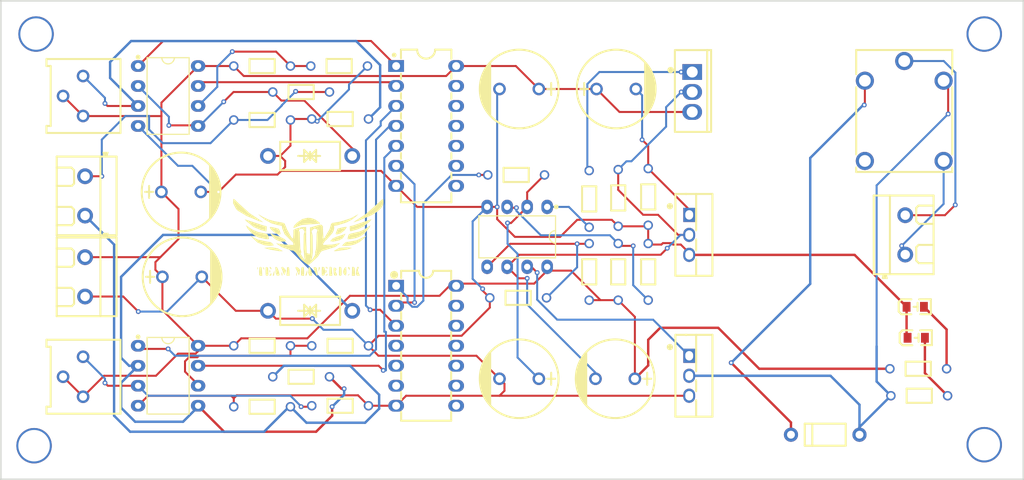
<source format=kicad_pcb>
(kicad_pcb (version 20241229) (generator "pcbnew") (generator_version "9.0")
  (layers (0 "F.Cu" signal "Top Layer") (2 "B.Cu" signal "Bottom Layer") (13 "F.Paste" user "Top Paste Mask Layer") (15 "B.Paste" user "Bottom Paste Mask Layer") (5 "F.SilkS" user "Top Silkscreen Layer") (7 "B.SilkS" user "Bottom Silkscreen Layer") (1 "F.Mask" user "Top Solder Mask Layer") (3 "B.Mask" user "Bottom Solder Mask Layer") (25 "Edge.Cuts" user "Multi-Layer"))
  (net 0 "")
  (net 1 "+5V")
  (net 2 "$1N3619")
  (net 3 "$1N3617")
  (net 4 "$1N3618")
  (net 5 "GND")
  (net 6 "$1N3620")
  (net 7 "$1N3604")
  (net 8 "$1N3621")
  (net 9 "$1N3623")
  (net 10 "$1N3635")
  (net 11 "$1N3638")
  (net 12 "$1N3622")
  (net 13 "$1N3631")
  (net 14 "$1N3637")
  (net 15 "$1N3636")
  (net 16 "SEN1")
  (net 17 "SEN2")
  (net 18 "$1N3615")
  (net 19 "$1N3616")
  (net 20 "$1N3628")
  (net 21 "$1N3629")
  (net 22 "$1N3611")
  (net 23 "$1N3655")
  (net 24 "$1N3660")
  (net 25 "$1N3662")
  (net 26 "VCC")
  (net 27 "SC_IN")
  (net 28 "SC_OUT")
  (net 29 "$1N4005")
  (net 30 "$1N4105")
  (net 31 "$1N4127")
  (footprint "ProPrj_BSPD_2025-12-20:PDIP-14_L19.3-W6.5-P2.54-LS7.6-BL" (layer "F.Cu") (at 131.6805 76.92175 -90)
    (property "Reference" "A2" (hide yes))
    (property "Value" "")
  )
  (footprint "ProPrj_BSPD_2025-12-20:RES-TH_BD1.8-L3.2-P7.20-D0.4" (layer "F.Cu") (at 110.8525 48.21975)
    (property "Reference" "R1" (hide yes))
    (property "Value" "")
  )
  (footprint "ProPrj_BSPD_2025-12-20:PDIP-14_L19.3-W6.4-P2.54-LS7.9-BL-1" (layer "F.Cu") (at 131.6805 48.98175 -90)
    (property "Reference" "A1" (hide yes))
    (property "Value" "")
  )
  (footprint "ProPrj_BSPD_2025-12-20:RES-TH_BD1.8-L3.2-P7.20-D0.4" (layer "F.Cu") (at 110.8525 41.36175)
    (property "Reference" "R4" (hide yes))
    (property "Value" "")
  )
  (footprint "ProPrj_BSPD_2025-12-20:RES-TH_BD1.8-L3.2-P7.20-D0.4" (layer "F.Cu") (at 110.8525 76.92175)
    (property "Reference" "R9" (hide yes))
    (property "Value" "")
  )
  (footprint "ProPrj_BSPD_2025-12-20:CONN-TH_XY301V-A-5.0-2P" (layer "F.Cu") (at 88.3735 57.87175 90)
    (property "Reference" "P1" (hide yes))
    (property "Value" "")
  )
  (footprint "ProPrj_BSPD_2025-12-20:RES-TH_BD1.8-L3.2-P7.20-D0.4" (layer "F.Cu") (at 194.2915 83.27175 180)
    (property "Reference" "R19" (hide yes))
    (property "Value" "")
  )
  (footprint "ProPrj_BSPD_2025-12-20:RES-TH_BD1.8-L3.2-P7.20-D0.4" (layer "F.Cu") (at 156.0645 58.12575 -90)
    (property "Reference" "R17" (hide yes))
    (property "Value" "")
  )
  (footprint "ProPrj_BSPD_2025-12-20:RELAY-TH_YA-SS-105D" (layer "F.Cu") (at 192.3865 47.07675 90)
    (property "Reference" "R21" (hide yes))
    (property "Value" "")
  )
  (footprint "ProPrj_BSPD_2025-12-20:RES-TH_BD1.8-L3.2-P7.20-D0.4" (layer "F.Cu") (at 159.8745 67.52375 90)
    (property "Reference" "R13" (hide yes))
    (property "Value" "")
  )
  (footprint "ProPrj_BSPD_2025-12-20:RES-TH_BD1.8-L3.2-P7.20-D0.4" (layer "F.Cu") (at 159.8745 57.99875 -90)
    (property "Reference" "R18" (hide yes))
    (property "Value" "")
  )
  (footprint "ProPrj_BSPD_2025-12-20:RES-TH_BD1.8-L3.2-P7.20-D0.4" (layer "F.Cu") (at 120.7585 76.92175)
    (property "Reference" "R10" (hide yes))
    (property "Value" "")
  )
  (footprint "ProPrj_BSPD_2025-12-20:RES-ADJ-TH_3P-L9.5-W9.5-P2.54-BR-BS" (layer "F.Cu") (at 86.8495 80.85875)
    (property "Reference" "VR2" (hide yes))
    (property "Value" "")
  )
  (footprint "ProPrj_BSPD_2025-12-20:TO-220-3_L10.2-W4.5-P2.54-L-1" (layer "F.Cu") (at 165.0815 80.73175 -90)
    (property "Reference" "NM2" (hide yes))
    (property "Value" "")
  )
  (footprint "ProPrj_BSPD_2025-12-20:Pad_e33545" (layer "F.Cu") (at 82.1505 37.29775)
    (property "Reference" "")
    (property "Value" "")
  )
  (footprint "ProPrj_BSPD_2025-12-20:RES-TH_BD1.8-L3.2-P7.20-D0.4" (layer "F.Cu") (at 110.8525 84.66875 180)
    (property "Reference" "R6" (hide yes))
    (property "Value" "")
  )
  (footprint "ProPrj_BSPD_2025-12-20:TO-220AB-3_L10.4-W4.6-P2.54-L" (layer "F.Cu") (at 165.4625 44.66375 -90)
    (property "Reference" "PM1" (hide yes))
    (property "Value" "")
  )
  (footprint "ProPrj_BSPD_2025-12-20:CAP-TH_BD10.0-P5.00-D0.6-FD" (layer "F.Cu") (at 155.8105 44.28275)
    (property "Reference" "TC3" (hide yes))
    (property "Value" "")
  )
  (footprint "ProPrj_BSPD_2025-12-20:LED0805-RD_GREEN" (layer "F.Cu") (at 193.7835 71.96875)
    (property "Reference" "POW1" (hide yes))
    (property "Value" "")
  )
  (footprint "ProPrj_BSPD_2025-12-20:TO-220-3_L10.2-W4.5-P2.54-L-1" (layer "F.Cu") (at 165.0815 62.82475 -90)
    (property "Reference" "NM1" (hide yes))
    (property "Value" "")
  )
  (footprint "ProPrj_BSPD_2025-12-20:CAP-TH_BD10.0-P5.00-D0.6-FD" (layer "F.Cu") (at 155.6835 81.11275 180)
    (property "Reference" "TC2" (hide yes))
    (property "Value" "")
  )
  (footprint "ProPrj_BSPD_2025-12-20:LED0805-RD_GREEN" (layer "F.Cu") (at 193.9105 75.90575)
    (property "Reference" "OK1" (hide yes))
    (property "Value" "")
  )
  (footprint "ProPrj_BSPD_2025-12-20:RES-TH_BD1.8-L3.2-P7.20-D0.4" (layer "F.Cu") (at 194.1645 79.84275)
    (property "Reference" "R0" (hide yes))
    (property "Value" "")
  )
  (footprint "ProPrj_BSPD_2025-12-20:DO-15_BD3.1-L6.7-P10.70-D0.8-BI" (layer "F.Cu") (at 116.9485 72.47675)
    (property "Reference" "TVSD2" (hide yes))
    (property "Value" "")
  )
  (footprint "ProPrj_BSPD_2025-12-20:Pad_e33541" (layer "F.Cu") (at 202.5465 37.29775)
    (property "Reference" "")
    (property "Value" "")
  )
  (footprint "ProPrj_BSPD_2025-12-20:DIP-8_L9.4-W6.4-P2.54-LS9.1-BL" (layer "F.Cu") (at 98.9145 45.17175 -90)
    (property "Reference" "O1" (hide yes))
    (property "Value" "")
  )
  (footprint "ProPrj_BSPD_2025-12-20:RES-TH_BD1.8-L3.2-P7.20-D0.4" (layer "F.Cu") (at 152.3815 58.25275 90)
    (property "Reference" "R14" (hide yes))
    (property "Value" "")
  )
  (footprint "ProPrj_BSPD_2025-12-20:RES-TH_BD1.8-L3.2-P7.20-D0.4" (layer "F.Cu") (at 115.8055 44.66375)
    (property "Reference" "R2" (hide yes))
    (property "Value" "")
  )
  (footprint "ProPrj_BSPD_2025-12-20:CONN-TH_XY301V-A-5.0-2P" (layer "F.Cu") (at 192.5135 62.82475 -90)
    (property "Reference" "P3" (hide yes))
    (property "Value" "")
  )
  (footprint "ProPrj_BSPD_2025-12-20:CAP-TH_BD10.0-P5.00-D0.6-FD" (layer "F.Cu") (at 143.4915 81.11275 180)
    (property "Reference" "TC1" (hide yes))
    (property "Value" "")
  )
  (footprint "ProPrj_BSPD_2025-12-20:RES-TH_BD1.8-L3.2-P7.20-D0.4" (layer "F.Cu") (at 152.3815 67.52375 90)
    (property "Reference" "R15" (hide yes))
    (property "Value" "")
  )
  (footprint "ProPrj_BSPD_2025-12-20:DO-15_BD3.1-L6.7-P10.70-D0.8-BI" (layer "F.Cu") (at 116.9485 52.79175)
    (property "Reference" "TVSD1" (hide yes))
    (property "Value" "")
  )
  (footprint "ProPrj_BSPD_2025-12-20:CAP-TH_BD10.0-P5.00-D0.6-FD" (layer "F.Cu") (at 100.6925 68.15875)
    (property "Reference" "FC2" (hide yes))
    (property "Value" "")
  )
  (footprint "ProPrj_BSPD_2025-12-20:CAP-TH_BD10.0-P5.00-D0.6-FD" (layer "F.Cu") (at 100.5655 57.36375)
    (property "Reference" "FC1" (hide yes))
    (property "Value" "")
  )
  (footprint "ProPrj_BSPD_2025-12-20:RES-TH_BD1.8-L3.2-P7.20-D0.4" (layer "F.Cu") (at 115.8055 80.85875 180)
    (property "Reference" "R7" (hide yes))
    (property "Value" "")
  )
  (footprint "ProPrj_BSPD_2025-12-20:RES-TH_BD1.8-L3.2-P7.20-D0.4" (layer "F.Cu") (at 120.7585 48.09275 180)
    (property "Reference" "R3" (hide yes))
    (property "Value" "")
  )
  (footprint "ProPrj_BSPD_2025-12-20:DO-41_BD2.4-L4.7-P8.70-D0.9-RD" (layer "F.Cu") (at 182.3535 88.22475)
    (property "Reference" "FD1" (hide yes))
    (property "Value" "")
  )
  (footprint "ProPrj_BSPD_2025-12-20:RES-ADJ-TH_3P-L9.5-W9.5-P2.54-BR-BS" (layer "F.Cu") (at 86.8495 45.17175)
    (property "Reference" "VR1" (hide yes))
    (property "Value" "")
  )
  (footprint "ProPrj_BSPD_2025-12-20:CAP-TH_BD10.0-P5.00-D0.6-FD" (layer "F.Cu") (at 143.4915 44.28275 180)
    (property "Reference" "FC3" (hide yes))
    (property "Value" "")
  )
  (footprint "ProPrj_BSPD_2025-12-20:RES-TH_BD1.8-L3.2-P7.20-D0.4" (layer "F.Cu") (at 120.7585 84.54175)
    (property "Reference" "R8" (hide yes))
    (property "Value" "")
  )
  (footprint "ProPrj_BSPD_2025-12-20:CONN-TH_XY301V-A-5.0-2P" (layer "F.Cu") (at 88.3735 68.15875 90)
    (property "Reference" "P2" (hide yes))
    (property "Value" "")
  )
  (footprint "ProPrj_BSPD_2025-12-20:RES-TH_BD1.8-L3.2-P7.20-D0.4" (layer "F.Cu") (at 143.3645 70.82575 180)
    (property "Reference" "R16" (hide yes))
    (property "Value" "")
  )
  (footprint "ProPrj_BSPD_2025-12-20:RES-TH_BD1.8-L3.2-P7.20-D0.4" (layer "F.Cu") (at 143.1105 55.20475 180)
    (property "Reference" "R11" (hide yes))
    (property "Value" "")
  )
  (footprint "ProPrj_BSPD_2025-12-20:RES-TH_BD1.8-L3.2-P7.20-D0.4" (layer "F.Cu") (at 156.0645 67.52375 90)
    (property "Reference" "R12" (hide yes))
    (property "Value" "")
  )
  (footprint "ProPrj_BSPD_2025-12-20:RES-TH_BD1.8-L3.2-P7.20-D0.4" (layer "F.Cu") (at 120.6315 41.36175)
    (property "Reference" "R5" (hide yes))
    (property "Value" "")
  )
  (footprint "ProPrj_BSPD_2025-12-20:Pad_e33544" (layer "F.Cu") (at 81.8965 89.62175)
    (property "Reference" "")
    (property "Value" "")
  )
  (footprint "ProPrj_BSPD_2025-12-20:Pad_e33543" (layer "F.Cu") (at 202.5465 89.49475)
    (property "Reference" "")
    (property "Value" "")
  )
  (footprint "ProPrj_BSPD_2025-12-20:DIP-8_L9.4-W6.4-P2.54-LS9.1-BL" (layer "F.Cu") (at 98.9145 80.73175 -90)
    (property "Reference" "O2" (hide yes))
    (property "Value" "")
  )
  (footprint "ProPrj_BSPD_2025-12-20:DIP-8_L9.4-W6.4-P2.54-LS9.1-BL" (layer "F.Cu") (at 143.2375 63.07875 180)
    (property "Reference" "O3" (hide yes))
    (property "Value" "")
  )
  (gr_poly (pts (xy 111.28393 67.451378) (xy 111.309594 67.952569) (xy 111.474255 68.028507) (xy 111.638285 67.957631) (xy 111.644545 67.47669) (xy 111.60009 67.007778) (xy 111.454221 66.899561) (xy 111.30709 66.960949)) (fill yes) (layer "F.SilkS"))
  (gr_poly (pts (xy 109.325589 62.915345) (xy 110.267195 63.806352) (xy 111.122975 64.143101) (xy 111.794802 64.216417) (xy 112.335725 64.165792) (xy 112.160426 63.907602) (xy 111.918763 63.739273) (xy 111.429178 63.669663) (xy 110.274067 63.412547) (xy 109.646136 63.082409)) (fill yes) (layer "F.SilkS"))
  (gr_poly (pts (xy 115.085416 66.965374) (xy 115.100441 67.041312) (xy 115.305792 67.49694) (xy 115.501125 67.952569) (xy 115.600394 67.792552) (xy 115.671415 67.274189) (xy 115.511142 67.0565) (xy 115.253853 66.889183)) (fill yes) (layer "F.SilkS"))
  (gr_poly (pts (xy 113.302374 67.760192) (xy 113.367485 68.028507) (xy 113.431354 67.97376) (xy 113.420015 67.793068) (xy 113.417571 67.780442) (xy 113.350576 67.525422)) (fill yes) (layer "F.SilkS"))
  (gr_poly (pts (xy 110.507605 66.940061) (xy 110.45752 67.507065) (xy 110.483184 67.961428) (xy 110.66287 68.028507) (xy 110.868221 68.028507) (xy 110.843178 67.45644) (xy 110.799353 66.990059) (xy 110.687913 66.884374)) (fill yes) (layer "F.SilkS"))
  (gr_poly (pts (xy 122.277688 66.899561) (xy 122.272839 67.040654) (xy 122.257653 67.47669) (xy 122.242628 68.028507) (xy 122.452987 68.028507) (xy 122.663346 68.028507) (xy 122.643311 67.47669) (xy 122.598866 67.007778) (xy 122.452987 66.899561)) (fill yes) (layer "F.SilkS"))
  (gr_poly (pts (xy 122.903756 66.980562) (xy 122.823619 67.274189) (xy 122.763517 67.750067) (xy 122.844905 67.982316) (xy 123.038987 68.028507) (xy 123.259363 67.998131) (xy 123.104098 67.613379) (xy 122.990153 67.290014) (xy 123.064029 67.122313) (xy 123.14057 66.971237) (xy 123.051568 66.89135) (xy 122.978884 66.884374)) (fill yes) (layer "F.SilkS"))
  (gr_poly (pts (xy 125.598354 58.764066) (xy 124.021964 60.173557) (xy 122.713431 61.027019) (xy 122.422935 61.23838) (xy 123.109106 61.016894) (xy 124.812012 60.298014) (xy 125.451092 59.89291) (xy 125.909865 59.473955) (xy 126.151197 59.118362) (xy 126.262096 58.759884) (xy 126.269499 58.622315) (xy 126.241401 58.338337) (xy 126.149925 58.260344)) (fill yes) (layer "F.SilkS"))
  (gr_poly (pts (xy 108.649435 60.849831) (xy 108.819816 61.061819) (xy 109.811418 61.852213) (xy 110.755899 62.230739) (xy 111.384101 62.393904) (xy 111.434186 62.059777) (xy 111.434186 61.725649) (xy 111.038511 61.634524) (xy 109.120238 60.996644)) (fill yes) (layer "F.SilkS"))
  (gr_poly (pts (xy 112.310682 67.618441) (xy 112.282544 67.700667) (xy 112.197359 67.988938) (xy 112.279258 68.02875) (xy 112.305673 68.028507) (xy 112.375793 67.952569) (xy 112.415861 67.603254) (xy 112.465947 67.294439)) (fill yes) (layer "F.SilkS"))
  (gr_poly (pts (xy 121.791859 67.876631) (xy 121.731756 68.028507) (xy 121.921309 67.892436) (xy 121.967158 67.760192)) (fill yes) (layer "F.SilkS"))
  (gr_poly (pts (xy 116.738236 66.995749) (xy 116.738236 67.380502) (xy 116.698167 67.648816) (xy 116.743244 67.750067) (xy 116.82839 67.942444) (xy 116.844667 68.006363) (xy 117.003689 68.028507) (xy 117.156089 68.009087) (xy 117.22114 67.923773) (xy 117.111903 67.393118) (xy 117.098851 67.350127) (xy 116.929352 66.970427) (xy 116.782341 66.919659)) (fill yes) (layer "F.SilkS"))
  (gr_poly (pts (xy 121.010525 62.834345) (xy 120.299312 63.057096) (xy 119.80009 63.283432) (xy 119.492936 63.629163) (xy 119.888611 63.684851) (xy 120.658976 63.513717) (xy 121.100679 63.249473) (xy 121.44126 62.667281)) (fill yes) (layer "F.SilkS"))
  (gr_poly (pts (xy 118.89191 66.929936) (xy 119.16738 67.167876) (xy 119.14954 66.978) (xy 119.007107 66.884374)) (fill yes) (layer "F.SilkS"))
  (gr_poly (pts (xy 112.52605 66.960312) (xy 112.561109 67.319752) (xy 112.556101 67.653879) (xy 112.601178 67.750067) (xy 112.686323 67.917131) (xy 112.703222 68.003194) (xy 112.866631 68.028507) (xy 113.076358 67.944347) (xy 112.966802 67.431127) (xy 112.795139 67.003698) (xy 112.620781 66.878785)) (fill yes) (layer "F.SilkS"))
  (gr_poly (pts (xy 113.993553 67.329877) (xy 113.948477 67.907006) (xy 113.958494 68.003832) (xy 114.118767 68.028507) (xy 114.334135 68.028507) (xy 114.324118 67.47669) (xy 114.285922 67.011575) (xy 114.153827 66.899561) (xy 114.019217 66.951452)) (fill yes) (layer "F.SilkS"))
  (gr_poly (pts (xy 117.384338 66.975499) (xy 117.54387 67.58273) (xy 117.800047 68.018382) (xy 117.90147 67.970925) (xy 117.890201 67.638691) (xy 117.791914 67.028028) (xy 117.58468 66.899561)) (fill yes) (layer "F.SilkS"))
  (gr_poly (pts (xy 119.417808 66.904624) (xy 119.406468 67.190171) (xy 119.397774 67.47669) (xy 119.382748 68.028507) (xy 119.598115 68.028507) (xy 119.758389 68.003832) (xy 119.768406 67.907006) (xy 119.718321 67.334939) (xy 119.693909 66.961577) (xy 119.568064 66.884374)) (fill yes) (layer "F.SilkS"))
  (gr_poly (pts (xy 108.799691 61.594023) (xy 108.970683 61.969775) (xy 109.505896 62.601468) (xy 109.922557 62.917441) (xy 110.401344 63.151442) (xy 111.313981 63.360849) (xy 111.697135 63.37794) (xy 111.704648 63.22416) (xy 111.609486 62.874845) (xy 111.517449 62.732466) (xy 111.293947 62.662219) (xy 110.377594 62.46726) (xy 109.667873 62.183647) (xy 109.120238 61.816775)) (fill yes) (layer "F.SilkS"))
  (gr_poly (pts (xy 115.841706 66.980562) (xy 115.786612 67.552628) (xy 115.794756 67.969022) (xy 115.971928 68.028507) (xy 116.182287 68.028507) (xy 116.182287 67.45644) (xy 116.157244 66.974871) (xy 116.027022 66.884374)) (fill yes) (layer "F.SilkS"))
  (gr_poly (pts (xy 122.883722 60.373952) (xy 122.723568 60.532025) (xy 122.175253 60.931955) (xy 121.509116 61.278405) (xy 120.399483 61.614274) (xy 119.983773 61.675024) (xy 120.003808 61.938276) (xy 119.956727 62.243942) (xy 119.787138 62.598836) (xy 119.057192 63.416536) (xy 118.826849 63.616294) (xy 118.591398 63.978478) (xy 118.617072 64.113901) (xy 118.72162 64.105041) (xy 119.417808 64.064541) (xy 119.707773 64.064531) (xy 120.735055 63.872165) (xy 120.783869 63.860723) (xy 120.154064 64.358168) (xy 118.506252 64.864422) (xy 118.330953 64.962513) (xy 118.185705 65.193487) (xy 117.951376 65.576204) (xy 117.093842 66.383182) (xy 116.693159 66.656559) (xy 116.357586 66.423683) (xy 115.930011 66.068678) (xy 117.097599 66.068678) (xy 117.334253 65.775678) (xy 117.545493 65.431395) (xy 117.609723 65.178299) (xy 117.575915 65.045407) (xy 117.699877 64.616357) (xy 117.759979 63.381099) (xy 117.776307 62.612454) (xy 117.865159 62.267341) (xy 117.891453 62.193306) (xy 117.729928 62.085089) (xy 117.491401 62.016117) (xy 117.279159 62.18634) (xy 117.118885 62.389479) (xy 117.183996 62.535655) (xy 117.267689 62.907944) (xy 117.292682 65.040902) (xy 117.199022 65.71999) (xy 117.097599 66.068678) (xy 115.930011 66.068678) (xy 115.779099 65.94338) (xy 115.27574 65.2998) (xy 115.096665 65.052566) (xy 114.794921 64.828984) (xy 114.611007 64.814839) (xy 113.356727 64.395276) (xy 112.776477 64.008853) (xy 112.601178 63.821539) (xy 112.791502 63.92279) (xy 113.768169 64.039228) (xy 114.69475 64.105041) (xy 114.799298 64.112635) (xy 114.824972 63.968353) (xy 114.739827 63.746867) (xy 114.429297 63.472224) (xy 113.699271 62.736202) (xy 113.397537 61.983839) (xy 113.357468 61.680087) (xy 112.866631 61.588961) (xy 112.035212 61.361147) (xy 111.263465 60.935742) (xy 110.532648 60.373952) (xy 110.342323 60.166388) (xy 110.642836 60.358765) (xy 110.866187 60.493762) (xy 111.619753 60.858791) (xy 112.45593 61.092832) (xy 113.457639 61.270021) (xy 113.706183 61.368741) (xy 113.913417 61.862338) (xy 114.021822 62.145323) (xy 114.566341 63.130422) (xy 114.779895 63.310223) (xy 114.824972 62.753344) (xy 114.824972 62.20659) (xy 115.506133 62.20659) (xy 115.536185 62.267341) (xy 115.628843 62.50528) (xy 115.646373 63.365911) (xy 115.711484 64.606232) (xy 115.827081 64.982024) (xy 115.806646 65.173236) (xy 115.73833 65.155912) (xy 115.752183 65.23589) (xy 116.032031 65.704803) (xy 116.314392 66.065508) (xy 116.217347 65.71999) (xy 116.113229 64.628578) (xy 116.129537 62.831945) (xy 116.182287 62.586281) (xy 116.257415 62.434404) (xy 116.087125 62.150902) (xy 115.905565 62.013586) (xy 115.671415 62.100277) (xy 115.506133 62.20659) (xy 114.824972 62.20659) (xy 114.824972 62.191403) (xy 115.175569 62.014214) (xy 115.986954 61.831963) (xy 116.442731 61.821838) (xy 116.44774 63.426661) (xy 116.512851 65.122611) (xy 116.748253 65.213737) (xy 116.933569 65.213737) (xy 116.938578 64.277168) (xy 116.933569 62.611593) (xy 116.923552 61.877525) (xy 117.173979 61.8269) (xy 117.850133 61.624399) (xy 117.864788 61.619113) (xy 118.22336 61.518258) (xy 118.431124 61.553523) (xy 118.565734 61.756025) (xy 118.591398 62.474905) (xy 118.646492 63.305161) (xy 118.738679 63.249979) (xy 119.39564 62.148219) (xy 119.568064 61.588961) (xy 119.581908 61.484116) (xy 119.733627 61.30881) (xy 120.078936 61.254834) (xy 120.762412 61.137545) (xy 122.102388 60.713142) (xy 122.743482 60.373952) (xy 123.074046 60.166388)) (fill yes) (layer "F.SilkS"))
  (gr_poly (pts (xy 111.809827 61.84715) (xy 111.97536 62.139927) (xy 112.511024 62.606531) (xy 112.874895 62.751856) (xy 113.136862 62.770537) (xy 113.202203 62.641968) (xy 113.081998 62.267341) (xy 112.953649 62.047758) (xy 112.581144 61.938276) (xy 111.980118 61.816775)) (fill yes) (layer "F.SilkS"))
  (gr_poly (pts (xy 110.953366 66.950187) (xy 111.018477 67.162813) (xy 111.113008 67.26217) (xy 111.128665 67.1375) (xy 111.008821 66.90756)) (fill yes) (layer "F.SilkS"))
  (gr_poly (pts (xy 121.816901 67.112188) (xy 121.957141 67.334939) (xy 121.982183 67.142563) (xy 121.95088 66.968543) (xy 121.836936 66.919811) (xy 121.734891 66.947655)) (fill yes) (layer "F.SilkS"))
  (gr_poly (pts (xy 113.28234 66.955249) (xy 113.3174 67.07675) (xy 113.397537 67.253939) (xy 113.542784 67.684254) (xy 113.670502 67.926628) (xy 113.753143 67.800693) (xy 113.89213 67.384299) (xy 113.858323 67.294439) (xy 113.703058 67.11725) (xy 113.466184 66.881366)) (fill yes) (layer "F.SilkS"))
  (gr_poly (pts (xy 115.981945 60.799205) (xy 115.314346 61.238137) (xy 114.968116 61.586784) (xy 114.824972 61.857275) (xy 114.886948 61.962323) (xy 115.27574 61.7864) (xy 115.841706 61.581367) (xy 116.948595 61.482648) (xy 117.92462 61.423163) (xy 118.195723 61.40671) (xy 118.140629 61.259896) (xy 117.599706 60.880206) (xy 117.130906 60.699534) (xy 116.674367 60.648625)) (fill yes) (layer "F.SilkS"))
  (gr_poly (pts (xy 111.759742 67.385565) (xy 111.79981 67.593129) (xy 111.866795 67.61591) (xy 111.884956 67.471628) (xy 111.848644 67.274827)) (fill yes) (layer "F.SilkS"))
  (gr_poly (pts (xy 111.930033 62.717906) (xy 112.189886 63.084444) (xy 112.511184 63.369819) (xy 112.884311 63.568949) (xy 113.296013 63.674219) (xy 113.52275 63.689913) (xy 113.918425 63.629163) (xy 113.75146 63.388956) (xy 113.092015 63.046971) (xy 112.35075 62.814095) (xy 111.939419 62.635012)) (fill yes) (layer "F.SilkS"))
  (gr_poly (pts (xy 111.108631 64.479669) (xy 111.81113 64.692974) (xy 113.092015 64.904922) (xy 113.507725 64.899859) (xy 113.28234 64.783421) (xy 112.866631 64.540419) (xy 112.222441 64.421338) (xy 111.83487 64.413856)) (fill yes) (layer "F.SilkS"))
  (gr_poly (pts (xy 118.436133 66.899561) (xy 118.431615 67.031865) (xy 118.416099 67.481753) (xy 118.42862 67.962066) (xy 118.591398 68.013319) (xy 118.750419 67.941178) (xy 118.826799 67.724755) (xy 118.881893 67.552628) (xy 118.93249 67.652229) (xy 119.005324 67.602808) (xy 119.042167 67.446315) (xy 119.021512 67.303936) (xy 118.936987 67.340002) (xy 118.843077 67.365314) (xy 118.801757 67.178001) (xy 118.749798 66.97234) (xy 118.611432 66.899561)) (fill yes) (layer "F.SilkS"))
  (gr_poly (pts (xy 120.619859 66.899561) (xy 120.618326 66.950095) (xy 120.604833 67.47669) (xy 120.612977 67.955738) (xy 120.775124 68.028507) (xy 120.937902 67.955738) (xy 120.950423 67.47669) (xy 120.914111 67.011575) (xy 120.780132 66.899561)) (fill yes) (layer "F.SilkS"))
  (gr_poly (pts (xy 124.326183 61.7864) (xy 123.827071 62.136221) (xy 123.240991 62.395089) (xy 122.122423 62.657156) (xy 121.898921 62.731828) (xy 121.806884 62.874845) (xy 121.777143 62.985745) (xy 121.711722 63.22416) (xy 121.719235 63.377302) (xy 122.102388 63.355786) (xy 122.785464 63.223391) (xy 123.360305 62.99428) (xy 123.905465 62.606531) (xy 124.524571 61.836853) (xy 124.601653 61.594023)) (fill yes) (layer "F.SilkS"))
  (gr_poly (pts (xy 120.64991 64.464481) (xy 120.284286 64.672045) (xy 119.948714 64.874547) (xy 120.124724 64.905924) (xy 121.646611 64.692295) (xy 122.27894 64.465747) (xy 121.551448 64.413856)) (fill yes) (layer "F.SilkS"))
  (gr_poly (pts (xy 118.055483 66.899561) (xy 118.020423 67.228626) (xy 117.990372 67.532378) (xy 118.10056 67.284314) (xy 118.215757 66.980562)) (fill yes) (layer "F.SilkS"))
  (gr_poly (pts (xy 119.007107 67.876631) (xy 118.911945 68.003832) (xy 118.99709 68.028507) (xy 119.16738 67.912068) (xy 119.177167 67.764151) (xy 119.045042 67.836799)) (fill yes) (layer "F.SilkS"))
  (gr_poly (pts (xy 123.7502 63.092534) (xy 122.837753 63.51721) (xy 121.982183 63.674726) (xy 121.467555 63.745601) (xy 121.20085 63.968353) (xy 120.985483 64.22148) (xy 121.54644 64.22148) (xy 122.122302 64.171502) (xy 122.665479 64.024182) (xy 123.229311 63.740539) (xy 123.912567 63.145103) (xy 124.085773 62.900158)) (fill yes) (layer "F.SilkS"))
  (gr_poly (pts (xy 120.940406 61.897776) (xy 120.439551 62.024339) (xy 120.174098 62.707781) (xy 120.344689 62.771235) (xy 120.815192 62.631843) (xy 121.342893 62.226557) (xy 121.601534 61.857275) (xy 121.503867 61.799694)) (fill yes) (layer "F.SilkS"))
  (gr_poly (pts (xy 111.789793 66.945124) (xy 111.899981 67.132438) (xy 112.01643 67.222298) (xy 112.035212 67.07675) (xy 111.900061 66.877701)) (fill yes) (layer "F.SilkS"))
  (gr_poly (pts (xy 124.466422 60.920706) (xy 122.488046 61.604149) (xy 121.982183 61.720587) (xy 121.982183 62.059777) (xy 122.00973 62.344544) (xy 122.187534 62.348341) (xy 123.05248 62.093939) (xy 123.752734 61.757857) (xy 124.486456 61.16877) (xy 124.776952 60.826421)) (fill yes) (layer "F.SilkS"))
  (gr_poly (pts (xy 119.918662 67.248876) (xy 119.936112 67.685409) (xy 119.938697 67.745005) (xy 119.99363 67.931448) (xy 120.122901 68.019819) (xy 120.284286 68.003194) (xy 120.355658 67.921566) (xy 120.314338 67.729817) (xy 120.154064 67.49694) (xy 120.209158 67.345064) (xy 120.298691 67.20142) (xy 120.249226 67.07675) (xy 120.02885 66.965374) (xy 119.936192 67.025497)) (fill yes) (layer "F.SilkS"))
  (gr_poly (pts (xy 116.492817 67.517191) (xy 116.367603 67.896881) (xy 116.355082 67.996866) (xy 116.432714 68.028507) (xy 116.537894 67.896881) (xy 116.587979 67.517191) (xy 116.603005 67.269126)) (fill yes) (layer "F.SilkS"))
  (gr_poly (pts (xy 110.232135 67.081812) (xy 110.245909 67.243814) (xy 110.312272 67.162813) (xy 110.312272 66.940061) (xy 110.249665 66.925512)) (fill yes) (layer "F.SilkS"))
  (gr_poly (pts (xy 115.185586 67.760192) (xy 115.162427 67.997504) (xy 115.255706 68.018382) (xy 115.27574 67.760192) (xy 115.230663 67.532378)) (fill yes) (layer "F.SilkS"))
  (gr_poly (pts (xy 107.186939 58.25275) (xy 107.1695 58.806541) (xy 107.533861 59.517371) (xy 107.777948 59.761385) (xy 108.874599 60.421246) (xy 110.442494 61.072582) (xy 110.998443 61.23269) (xy 110.773058 61.062457) (xy 109.263984 60.071709) (xy 107.833042 58.779253) (xy 107.354095 58.305279)) (fill yes) (layer "F.SilkS"))
  (gr_poly (pts (xy 111.864921 67.841193) (xy 111.769759 68.003194) (xy 111.884956 68.028507) (xy 112.001404 67.985475) (xy 112.035212 67.83613) (xy 112.013926 67.665908)) (fill yes) (layer "F.SilkS"))
  (gr_poly (pts (xy 121.301021 67.041312) (xy 121.152067 67.425873) (xy 121.175467 67.698288) (xy 121.291004 67.901943) (xy 121.50529 67.994112) (xy 121.565593 67.584826) (xy 121.566474 67.45644) (xy 121.51138 66.884374)) (fill yes) (layer "F.SilkS"))
  (gr_rect (start 77.67 33.07) (end 207.51 93.9) (stroke (width 0.2)) (fill no) (layer "Edge.Cuts"))
  (segment (start 100.236 59.53425) (end 100.236 63.35625) (width 0.254) (layer "F.Cu") (net 1))
  (segment (start 159.8745 76.15975) (end 159.8745 79.42175) (width 0.305) (layer "F.Cu") (net 1))
  (segment (start 90.7865 80.73175) (end 88.1195 83.39875) (width 0.254) (layer "F.Cu") (net 1))
  (segment (start 158.1835 81.11275) (end 158.1835 73.24275) (width 0.254) (layer "F.Cu") (net 1))
  (segment (start 97.3035 66.28875) (end 97.9335 65.65875) (width 0.254) (layer "F.Cu") (net 1))
  (segment (start 85.5795 80.85875) (end 88.1195 83.39875) (width 0.254) (layer "F.Cu") (net 1))
  (segment (start 190.5645 79.84275) (end 173.9715 79.84275) (width 0.305) (layer "F.Cu") (net 1))
  (segment (start 122.0035 70.57175) (end 116.597 75.97825) (width 0.254) (layer "F.Cu") (net 1))
  (segment (start 102.413 77.91375) (end 100.1925 77.91375) (width 0.254) (layer "F.Cu") (net 1))
  (segment (start 100.1925 77.91375) (end 97.375 80.73175) (width 0.254) (layer "F.Cu") (net 1))
  (segment (start 159.8745 79.42175) (end 158.1835 81.11275) (width 0.305) (layer "F.Cu") (net 1))
  (segment (start 134.645 69.30175) (end 134.93 69.01675) (width 0.254) (layer "F.Cu") (net 1))
  (segment (start 161.3985 74.63575) (end 159.8745 76.15975) (width 0.305) (layer "F.Cu") (net 1))
  (segment (start 108.196 75.97825) (end 107.2525 76.92175) (width 0.254) (layer "F.Cu") (net 1))
  (segment (start 158.1835 73.24275) (end 156.0645 71.12375) (width 0.254) (layer "F.Cu") (net 1))
  (segment (start 98.0655 47.72325) (end 98.0655 57.36375) (width 0.254) (layer "F.Cu") (net 1))
  (segment (start 85.5795 45.17175) (end 88.1195 47.71175) (width 0.254) (layer "F.Cu") (net 1))
  (segment (start 135.4905 69.30175) (end 134.645 69.30175) (width 0.254) (layer "F.Cu") (net 1))
  (segment (start 88.131 47.72325) (end 98.0655 47.72325) (width 0.254) (layer "F.Cu") (net 1))
  (segment (start 102.7245 77.60225) (end 102.413 77.91375) (width 0.254) (layer "F.Cu") (net 1))
  (segment (start 102.7245 76.92175) (end 107.2525 76.92175) (width 0.254) (layer "F.Cu") (net 1))
  (segment (start 145.3965 69.01675) (end 147.0475 67.36575) (width 0.254) (layer "F.Cu") (net 1))
  (segment (start 156.0645 71.12375) (end 153.825 71.12375) (width 0.254) (layer "F.Cu") (net 1))
  (segment (start 156.2315 47.20375) (end 165.4625 47.20375) (width 0.254) (layer "F.Cu") (net 1))
  (segment (start 102.7245 76.92175) (end 102.7245 77.60225) (width 0.254) (layer "F.Cu") (net 1))
  (segment (start 97.9335 65.65875) (end 88.3735 65.65875) (width 0.254) (layer "F.Cu") (net 1))
  (segment (start 97.375 80.73175) (end 90.7865 80.73175) (width 0.254) (layer "F.Cu") (net 1))
  (segment (start 153.825 71.12375) (end 150.067 67.36575) (width 0.254) (layer "F.Cu") (net 1))
  (segment (start 133.375 70.57175) (end 122.0035 70.57175) (width 0.254) (layer "F.Cu") (net 1))
  (segment (start 153.3105 44.28275) (end 156.2315 47.20375) (width 0.254) (layer "F.Cu") (net 1))
  (segment (start 145.9915 44.28275) (end 153.3105 44.28275) (width 0.254) (layer "F.Cu") (net 1))
  (segment (start 116.597 75.97825) (end 108.196 75.97825) (width 0.254) (layer "F.Cu") (net 1))
  (segment (start 153.825 71.12375) (end 152.3815 71.12375) (width 0.254) (layer "F.Cu") (net 1))
  (segment (start 147.0475 67.36575) (end 147.0475 66.88875) (width 0.254) (layer "F.Cu") (net 1))
  (segment (start 102.7245 76.92175) (end 98.1925 72.38975) (width 0.254) (layer "F.Cu") (net 1))
  (segment (start 98.1925 68.15875) (end 97.3035 67.26975) (width 0.254) (layer "F.Cu") (net 1))
  (segment (start 98.0655 46.02075) (end 102.7245 41.36175) (width 0.254) (layer "F.Cu") (net 1))
  (segment (start 168.7645 74.63575) (end 161.3985 74.63575) (width 0.305) (layer "F.Cu") (net 1))
  (segment (start 150.067 67.36575) (end 147.0475 67.36575) (width 0.254) (layer "F.Cu") (net 1))
  (segment (start 143.0705 41.36175) (end 145.9915 44.28275) (width 0.254) (layer "F.Cu") (net 1))
  (segment (start 98.0655 57.36375) (end 100.236 59.53425) (width 0.254) (layer "F.Cu") (net 1))
  (segment (start 134.93 69.01675) (end 145.3965 69.01675) (width 0.254) (layer "F.Cu") (net 1))
  (segment (start 107.2525 41.36175) (end 108.5225 42.63175) (width 0.254) (layer "F.Cu") (net 1))
  (segment (start 173.9715 79.84275) (end 168.7645 74.63575) (width 0.305) (layer "F.Cu") (net 1))
  (segment (start 108.5225 42.63175) (end 134.2205 42.63175) (width 0.254) (layer "F.Cu") (net 1))
  (segment (start 98.0655 47.72325) (end 98.0655 46.02075) (width 0.254) (layer "F.Cu") (net 1))
  (segment (start 100.236 63.35625) (end 97.9335 65.65875) (width 0.254) (layer "F.Cu") (net 1))
  (segment (start 98.1925 72.38975) (end 98.1925 68.15875) (width 0.254) (layer "F.Cu") (net 1))
  (segment (start 88.1195 47.71175) (end 88.131 47.72325) (width 0.254) (layer "F.Cu") (net 1))
  (segment (start 135.4905 41.36175) (end 143.0705 41.36175) (width 0.254) (layer "F.Cu") (net 1))
  (segment (start 134.2205 42.63175) (end 135.4905 41.36175) (width 0.254) (layer "F.Cu") (net 1))
  (segment (start 134.645 69.30175) (end 133.375 70.57175) (width 0.254) (layer "F.Cu") (net 1))
  (segment (start 97.3035 67.26975) (end 97.3035 66.28875) (width 0.254) (layer "F.Cu") (net 1))
  (segment (start 102.7245 41.36175) (end 107.2525 41.36175) (width 0.254) (layer "F.Cu") (net 1))
  (segment (start 91.2245 46.44175) (end 95.1045 46.44175) (width 0.254) (layer "F.Cu") (net 2))
  (segment (start 90.8995 46.11675) (end 91.2245 46.44175) (width 0.254) (layer "F.Cu") (net 2))
  (via (at 90.8995 46.11675) (size 0.61) (drill 0.305) (layers "F.Cu" "B.Cu") (net 2))
  (segment (start 91.5485 40.85375) (end 94.2155 38.18675) (width 0.305) (layer "B.Cu") (net 2))
  (segment (start 125.8385 46.61275) (end 124.3585 48.09275) (width 0.305) (layer "B.Cu") (net 2))
  (segment (start 94.2155 38.18675) (end 122.7905 38.18675) (width 0.305) (layer "B.Cu") (net 2))
  (segment (start 122.7905 38.18675) (end 125.8385 41.23475) (width 0.305) (layer "B.Cu") (net 2))
  (segment (start 88.1195 42.63175) (end 90.8995 45.41175) (width 0.254) (layer "B.Cu") (net 2))
  (segment (start 90.8995 45.41175) (end 90.8995 46.11675) (width 0.254) (layer "B.Cu") (net 2))
  (segment (start 125.8385 41.23475) (end 125.8385 46.61275) (width 0.305) (layer "B.Cu") (net 2))
  (segment (start 95.1045 46.44175) (end 91.5485 42.88575) (width 0.305) (layer "B.Cu") (net 2))
  (segment (start 91.5485 42.88575) (end 91.5485 40.85375) (width 0.305) (layer "B.Cu") (net 2))
  (segment (start 98.2895 38.17675) (end 124.686 38.17675) (width 0.254) (layer "F.Cu") (net 3))
  (segment (start 124.686 38.17675) (end 127.871 41.36175) (width 0.254) (layer "F.Cu") (net 3))
  (segment (start 95.1045 41.36175) (end 98.2895 38.17675) (width 0.254) (layer "F.Cu") (net 3))
  (segment (start 113.2965 45.75425) (end 116.2145 45.75425) (width 0.254) (layer "F.Cu") (net 4))
  (segment (start 112.2055 44.66375) (end 113.2965 45.75425) (width 0.254) (layer "F.Cu") (net 4))
  (segment (start 107.223 44.66375) (end 112.2055 44.66375) (width 0.254) (layer "F.Cu") (net 4))
  (segment (start 102.7245 48.98175) (end 102.6485 48.90575) (width 0.254) (layer "F.Cu") (net 4))
  (segment (start 116.2145 45.75425) (end 122.2985 51.83825) (width 0.254) (layer "F.Cu") (net 4))
  (segment (start 105.9805 45.90625) (end 107.223 44.66375) (width 0.254) (layer "F.Cu") (net 4))
  (segment (start 122.2985 51.83825) (end 122.2985 52.79175) (width 0.254) (layer "F.Cu") (net 4))
  (segment (start 102.6485 48.90575) (end 99.013 48.90575) (width 0.254) (layer "F.Cu") (net 4))
  (via (at 105.9805 45.90625) (size 0.61) (drill 0.305) (layers "F.Cu" "B.Cu") (net 4))
  (via (at 99.013 48.90575) (size 0.61) (drill 0.305) (layers "F.Cu" "B.Cu") (net 4))
  (segment (start 99.013 47.81025) (end 99.013 48.90575) (width 0.254) (layer "B.Cu") (net 4))
  (segment (start 102.7245 48.98175) (end 102.905 48.98175) (width 0.254) (layer "B.Cu") (net 4))
  (segment (start 95.1045 43.90175) (end 99.013 47.81025) (width 0.254) (layer "B.Cu") (net 4))
  (segment (start 102.905 48.98175) (end 105.9805 45.90625) (width 0.254) (layer "B.Cu") (net 4))
  (segment (start 95.1045 84.54175) (end 96.3745 83.27175) (width 0.254) (layer "F.Cu") (net 5))
  (segment (start 160.0065 64.05575) (end 159.8745 63.92375) (width 0.254) (layer "F.Cu") (net 5))
  (segment (start 138.0705 78.19175) (end 140.9915 81.11275) (width 0.254) (layer "F.Cu") (net 5))
  (segment (start 127.8705 84.54175) (end 124.3585 84.54175) (width 0.254) (layer "F.Cu") (net 5))
  (segment (start 107.2525 83.59825) (end 107.6335 83.21725) (width 0.254) (layer "F.Cu") (net 5))
  (segment (start 114.4525 48.21975) (end 114.4525 51.48225) (width 0.254) (layer "F.Cu") (net 5))
  (segment (start 114.4525 48.21975) (end 114.5795 48.09275) (width 0.254) (layer "F.Cu") (net 5))
  (segment (start 140.6975 60.82675) (end 140.6975 59.26875) (width 0.254) (layer "F.Cu") (net 5))
  (segment (start 148.6945 63.07875) (end 142.9495 63.07875) (width 0.254) (layer "F.Cu") (net 5))
  (segment (start 141.6265 81.74775) (end 140.9915 81.11275) (width 0.254) (layer "F.Cu") (net 5))
  (segment (start 155.242 60.90325) (end 150.8705 60.90325) (width 0.254) (layer "F.Cu") (net 5))
  (segment (start 129.1405 83.27175) (end 140.9915 83.27175) (width 0.254) (layer "F.Cu") (net 5))
  (segment (start 141.6265 82.63675) (end 141.6265 81.74775) (width 0.254) (layer "F.Cu") (net 5))
  (segment (start 186.0795 65.36475) (end 165.0815 65.36475) (width 0.305) (layer "F.Cu") (net 5))
  (segment (start 114.5795 48.09275) (end 117.1585 48.09275) (width 0.254) (layer "F.Cu") (net 5))
  (segment (start 165.0815 65.12675) (end 164.0105 64.05575) (width 0.254) (layer "F.Cu") (net 5))
  (segment (start 113.27 54.69675) (end 125.9655 54.69675) (width 0.254) (layer "F.Cu") (net 5))
  (segment (start 113.143 52.79175) (end 111.5985 52.79175) (width 0.254) (layer "F.Cu") (net 5))
  (segment (start 125.6285 78.19175) (end 138.0705 78.19175) (width 0.254) (layer "F.Cu") (net 5))
  (segment (start 159.8745 61.73775) (end 159.8745 63.92375) (width 0.254) (layer "F.Cu") (net 5))
  (segment (start 113.778 54.18875) (end 113.778 53.42675) (width 0.254) (layer "F.Cu") (net 5))
  (segment (start 156.0645 61.72575) (end 156.0765 61.73775) (width 0.254) (layer "F.Cu") (net 5))
  (segment (start 192.6835 75.77875) (end 192.8105 75.90575) (width 0.305) (layer "F.Cu") (net 5))
  (segment (start 93.2165 70.65875) (end 88.3735 70.65875) (width 0.254) (layer "F.Cu") (net 5))
  (segment (start 138.8545 69.91575) (end 139.7645 70.82575) (width 0.254) (layer "F.Cu") (net 5))
  (segment (start 125.9655 54.69675) (end 127.8705 56.60175) (width 0.254) (layer "F.Cu") (net 5))
  (segment (start 111.5985 72.47675) (end 112.5925 73.47075) (width 0.254) (layer "F.Cu") (net 5))
  (segment (start 107.2525 83.59825) (end 107.2525 84.66875) (width 0.254) (layer "F.Cu") (net 5))
  (segment (start 113.778 53.42675) (end 113.143 52.79175) (width 0.254) (layer "F.Cu") (net 5))
  (segment (start 192.6835 71.96875) (end 186.0795 65.36475) (width 0.305) (layer "F.Cu") (net 5))
  (segment (start 107.5105 72.47675) (end 111.5985 72.47675) (width 0.254) (layer "F.Cu") (net 5))
  (segment (start 139.7645 70.82575) (end 139.7645 72.06375) (width 0.254) (layer "F.Cu") (net 5))
  (segment (start 105.308 57.36375) (end 103.0655 57.36375) (width 0.254) (layer "F.Cu") (net 5))
  (segment (start 127.8705 56.60175) (end 130.5375 59.26875) (width 0.254) (layer "F.Cu") (net 5))
  (segment (start 140.9915 83.27175) (end 141.6265 82.63675) (width 0.254) (layer "F.Cu") (net 5))
  (segment (start 117.8455 48.38225) (end 117.448 48.38225) (width 0.254) (layer "F.Cu") (net 5))
  (segment (start 142.9495 63.07875) (end 140.6975 60.82675) (width 0.254) (layer "F.Cu") (net 5))
  (segment (start 107.5105 55.16125) (end 112.8055 55.16125) (width 0.254) (layer "F.Cu") (net 5))
  (segment (start 107.6335 83.21725) (end 123.034 83.21725) (width 0.254) (layer "F.Cu") (net 5))
  (segment (start 124.3585 76.92175) (end 125.6285 78.19175) (width 0.254) (layer "F.Cu") (net 5))
  (segment (start 163.0325 64.05575) (end 162.847 63.87025) (width 0.254) (layer "F.Cu") (net 5))
  (segment (start 192.6835 71.96875) (end 192.6835 75.77875) (width 0.305) (layer "F.Cu") (net 5))
  (segment (start 130.5375 59.26875) (end 139.4275 59.26875) (width 0.254) (layer "F.Cu") (net 5))
  (segment (start 140.9915 83.27175) (end 165.0815 83.27175) (width 0.254) (layer "F.Cu") (net 5))
  (segment (start 103.1925 68.15875) (end 107.5105 72.47675) (width 0.254) (layer "F.Cu") (net 5))
  (segment (start 106.926 83.27175) (end 107.2525 83.59825) (width 0.254) (layer "F.Cu") (net 5))
  (segment (start 127.8705 84.54175) (end 129.1405 83.27175) (width 0.254) (layer "F.Cu") (net 5))
  (segment (start 156.0645 61.72575) (end 155.242 60.90325) (width 0.254) (layer "F.Cu") (net 5))
  (segment (start 96.3745 83.27175) (end 106.926 83.27175) (width 0.254) (layer "F.Cu") (net 5))
  (segment (start 164.0105 64.05575) (end 163.0325 64.05575) (width 0.254) (layer "F.Cu") (net 5))
  (segment (start 112.5925 73.47075) (end 117.227 73.47075) (width 0.254) (layer "F.Cu") (net 5))
  (segment (start 161.74 63.87025) (end 161.5545 64.05575) (width 0.254) (layer "F.Cu") (net 5))
  (segment (start 150.8705 60.90325) (end 148.6945 63.07875) (width 0.254) (layer "F.Cu") (net 5))
  (segment (start 162.847 63.87025) (end 161.74 63.87025) (width 0.254) (layer "F.Cu") (net 5))
  (segment (start 156.0765 61.73775) (end 159.8745 61.73775) (width 0.254) (layer "F.Cu") (net 5))
  (segment (start 105.308 57.36375) (end 107.5105 55.16125) (width 0.254) (layer "F.Cu") (net 5))
  (segment (start 165.0815 65.36475) (end 165.0815 65.12675) (width 0.254) (layer "F.Cu") (net 5))
  (segment (start 136.1765 75.65175) (end 125.6285 75.65175) (width 0.254) (layer "F.Cu") (net 5))
  (segment (start 161.5545 64.05575) (end 160.0065 64.05575) (width 0.254) (layer "F.Cu") (net 5))
  (segment (start 125.6285 75.65175) (end 124.3585 76.92175) (width 0.254) (layer "F.Cu") (net 5))
  (segment (start 123.034 83.21725) (end 124.3585 84.54175) (width 0.254) (layer "F.Cu") (net 5))
  (segment (start 159.8745 61.73775) (end 159.8745 61.59875) (width 0.254) (layer "F.Cu") (net 5))
  (segment (start 140.6975 59.26875) (end 139.4275 59.26875) (width 0.254) (layer "F.Cu") (net 5))
  (segment (start 113.27 54.69675) (end 113.778 54.18875) (width 0.254) (layer "F.Cu") (net 5))
  (segment (start 114.4525 51.48225) (end 113.143 52.79175) (width 0.254) (layer "F.Cu") (net 5))
  (segment (start 112.8055 55.16125) (end 113.27 54.69675) (width 0.254) (layer "F.Cu") (net 5))
  (segment (start 139.7645 72.06375) (end 136.1765 75.65175) (width 0.254) (layer "F.Cu") (net 5))
  (segment (start 117.448 48.38225) (end 117.1585 48.09275) (width 0.254) (layer "F.Cu") (net 5))
  (segment (start 95.13 72.57225) (end 93.2165 70.65875) (width 0.254) (layer "F.Cu") (net 5))
  (segment (start 138.8545 69.68775) (end 138.8545 69.91575) (width 0.254) (layer "F.Cu") (net 5))
  (via (at 105.308 57.36375) (size 0.61) (drill 0.305) (layers "F.Cu" "B.Cu") (net 5))
  (via (at 140.6975 59.26875) (size 0.61) (drill 0.305) (layers "F.Cu" "B.Cu") (net 5))
  (via (at 117.227 73.47075) (size 0.61) (drill 0.305) (layers "F.Cu" "B.Cu") (net 5))
  (via (at 95.13 72.57225) (size 0.61) (drill 0.305) (layers "F.Cu" "B.Cu") (net 5))
  (via (at 138.8545 69.68775) (size 0.61) (drill 0.305) (layers "F.Cu" "B.Cu") (net 5))
  (via (at 117.8455 48.38225) (size 0.61) (drill 0.305) (layers "F.Cu" "B.Cu") (net 5))
  (segment (start 124.2315 41.36175) (end 121.882 43.71125) (width 0.254) (layer "B.Cu") (net 5))
  (segment (start 103.1925 68.15875) (end 98.779 72.57225) (width 0.254) (layer "B.Cu") (net 5))
  (segment (start 137.5845 61.11175) (end 137.5845 68.41775) (width 0.254) (layer "B.Cu") (net 5))
  (segment (start 101.986 54.04175) (end 105.308 57.36375) (width 0.254) (layer "B.Cu") (net 5))
  (segment (start 140.6975 44.57675) (end 140.6975 59.26875) (width 0.254) (layer "B.Cu") (net 5))
  (segment (start 121.882 43.71125) (end 121.882 44.34575) (width 0.254) (layer "B.Cu") (net 5))
  (segment (start 122.3265 74.88975) (end 118.646 74.88975) (width 0.254) (layer "B.Cu") (net 5))
  (segment (start 118.646 74.88975) (end 117.227 73.47075) (width 0.254) (layer "B.Cu") (net 5))
  (segment (start 137.5845 68.41775) (end 138.8545 69.68775) (width 0.254) (layer "B.Cu") (net 5))
  (segment (start 124.3585 76.92175) (end 122.3265 74.88975) (width 0.254) (layer "B.Cu") (net 5))
  (segment (start 121.882 44.34575) (end 117.8455 48.38225) (width 0.254) (layer "B.Cu") (net 5))
  (segment (start 140.9915 44.28275) (end 140.6975 44.57675) (width 0.254) (layer "B.Cu") (net 5))
  (segment (start 100.1645 54.04175) (end 101.986 54.04175) (width 0.254) (layer "B.Cu") (net 5))
  (segment (start 139.4275 59.26875) (end 137.5845 61.11175) (width 0.254) (layer "B.Cu") (net 5))
  (segment (start 95.1045 48.98175) (end 100.1645 54.04175) (width 0.254) (layer "B.Cu") (net 5))
  (segment (start 98.779 72.57225) (end 95.13 72.57225) (width 0.254) (layer "B.Cu") (net 5))
  (segment (start 103.212 43.41425) (end 127.383 43.41425) (width 0.254) (layer "F.Cu") (net 6))
  (segment (start 102.7245 43.90175) (end 103.212 43.41425) (width 0.254) (layer "F.Cu") (net 6))
  (segment (start 127.383 43.41425) (end 127.8705 43.90175) (width 0.254) (layer "F.Cu") (net 6))
  (segment (start 107.065 39.53575) (end 112.6265 39.53575) (width 0.254) (layer "F.Cu") (net 7))
  (segment (start 112.6265 39.53575) (end 114.4525 41.36175) (width 0.254) (layer "F.Cu") (net 7))
  (segment (start 114.4525 41.36175) (end 117.0315 41.36175) (width 0.254) (layer "F.Cu") (net 7))
  (via (at 107.065 39.53575) (size 0.61) (drill 0.305) (layers "F.Cu" "B.Cu") (net 7))
  (segment (start 105.157 41.44375) (end 107.065 39.53575) (width 0.254) (layer "B.Cu") (net 7))
  (segment (start 105.157 44.00925) (end 105.157 41.44375) (width 0.254) (layer "B.Cu") (net 7))
  (segment (start 102.7245 46.44175) (end 105.157 44.00925) (width 0.254) (layer "B.Cu") (net 7))
  (segment (start 115.8055 84.66875) (end 117.0315 84.66875) (width 0.254) (layer "F.Cu") (net 8))
  (segment (start 117.0315 84.66875) (end 117.1585 84.54175) (width 0.254) (layer "F.Cu") (net 8))
  (segment (start 91.2595 82.00175) (end 90.8995 81.64175) (width 0.254) (layer "F.Cu") (net 8))
  (segment (start 95.1045 82.00175) (end 91.2595 82.00175) (width 0.254) (layer "F.Cu") (net 8))
  (via (at 115.8055 84.66875) (size 0.61) (drill 0.305) (layers "F.Cu" "B.Cu") (net 8))
  (via (at 90.8995 81.64175) (size 0.61) (drill 0.305) (layers "F.Cu" "B.Cu") (net 8))
  (segment (start 96.3745 83.27175) (end 95.1045 82.00175) (width 0.254) (layer "B.Cu") (net 8))
  (segment (start 115.8055 84.62725) (end 114.45 83.27175) (width 0.254) (layer "B.Cu") (net 8))
  (segment (start 90.8995 81.09875) (end 90.8995 81.64175) (width 0.254) (layer "B.Cu") (net 8))
  (segment (start 114.45 83.27175) (end 96.3745 83.27175) (width 0.254) (layer "B.Cu") (net 8))
  (segment (start 115.8055 84.66875) (end 115.8055 84.62725) (width 0.254) (layer "B.Cu") (net 8))
  (segment (start 88.1195 78.31875) (end 90.8995 81.09875) (width 0.254) (layer "B.Cu") (net 8))
  (segment (start 124.5685 72.34975) (end 125.8385 72.34975) (width 0.254) (layer "F.Cu") (net 9))
  (segment (start 125.8385 72.34975) (end 127.8705 74.38175) (width 0.254) (layer "F.Cu") (net 9))
  (via (at 124.5685 72.34975) (size 0.61) (drill 0.305) (layers "F.Cu" "B.Cu") (net 9))
  (segment (start 125.9115 48.93425) (end 125.9115 48.40075) (width 0.254) (layer "B.Cu") (net 9))
  (segment (start 124.034 50.81225) (end 125.9115 48.93425) (width 0.254) (layer "B.Cu") (net 9))
  (segment (start 125.9115 48.40075) (end 127.8705 46.44175) (width 0.254) (layer "B.Cu") (net 9))
  (segment (start 124.5685 72.34975) (end 124.034 71.81525) (width 0.254) (layer "B.Cu") (net 9))
  (segment (start 124.034 71.81525) (end 124.034 50.81225) (width 0.254) (layer "B.Cu") (net 9))
  (segment (start 95.499 77.31625) (end 98.9145 77.31625) (width 0.254) (layer "F.Cu") (net 10))
  (segment (start 95.1045 76.92175) (end 95.499 77.31625) (width 0.254) (layer "F.Cu") (net 10))
  (via (at 98.9145 77.31625) (size 0.61) (drill 0.305) (layers "F.Cu" "B.Cu") (net 10))
  (segment (start 127.062 48.98175) (end 125.3175 50.72625) (width 0.254) (layer "B.Cu") (net 10))
  (segment (start 124.507 78.19175) (end 99.79 78.19175) (width 0.254) (layer "B.Cu") (net 10))
  (segment (start 125.3175 50.72625) (end 125.3175 77.38125) (width 0.254) (layer "B.Cu") (net 10))
  (segment (start 125.3175 77.38125) (end 124.507 78.19175) (width 0.254) (layer "B.Cu") (net 10))
  (segment (start 99.79 78.19175) (end 98.9145 77.31625) (width 0.254) (layer "B.Cu") (net 10))
  (segment (start 127.8705 48.98175) (end 127.062 48.98175) (width 0.254) (layer "B.Cu") (net 10))
  (segment (start 125.6525 79.46175) (end 102.7245 79.46175) (width 0.254) (layer "F.Cu") (net 11))
  (segment (start 126.236 80.04525) (end 125.6525 79.46175) (width 0.254) (layer "F.Cu") (net 11))
  (via (at 126.236 80.04525) (size 0.61) (drill 0.305) (layers "F.Cu" "B.Cu") (net 11))
  (segment (start 126.57 75.15625) (end 126.57 80.04525) (width 0.254) (layer "B.Cu") (net 11))
  (segment (start 126.3675 75.13075) (end 126.57 75.15625) (width 0.254) (layer "B.Cu") (net 11))
  (segment (start 126.3675 53.02475) (end 126.3675 75.13075) (width 0.254) (layer "B.Cu") (net 11))
  (segment (start 126.57 80.04525) (end 126.236 80.04525) (width 0.254) (layer "B.Cu") (net 11))
  (segment (start 127.8705 51.52175) (end 126.3675 53.02475) (width 0.254) (layer "B.Cu") (net 11))
  (segment (start 128.2925 71.41975) (end 130.2075 71.41975) (width 0.254) (layer "F.Cu") (net 12))
  (segment (start 127.8705 71.84175) (end 128.2925 71.41975) (width 0.254) (layer "F.Cu") (net 12))
  (via (at 130.2075 71.41975) (size 0.61) (drill 0.305) (layers "F.Cu" "B.Cu") (net 12))
  (segment (start 127.8705 54.06175) (end 130.2075 56.39875) (width 0.254) (layer "B.Cu") (net 12))
  (segment (start 130.2075 56.39875) (end 130.2075 71.41975) (width 0.254) (layer "B.Cu") (net 12))
  (segment (start 139.5065 55.20875) (end 139.5105 55.20475) (width 0.254) (layer "F.Cu") (net 13))
  (segment (start 138.3645 55.20875) (end 139.5065 55.20875) (width 0.254) (layer "F.Cu") (net 13))
  (via (at 138.3645 55.20875) (size 0.61) (drill 0.305) (layers "F.Cu" "B.Cu") (net 13))
  (segment (start 127.8705 69.30175) (end 129.3235 70.75475) (width 0.254) (layer "B.Cu") (net 13))
  (segment (start 129.3235 71.37075) (end 129.9215 71.96875) (width 0.254) (layer "B.Cu") (net 13))
  (segment (start 129.9215 71.96875) (end 130.544 71.96875) (width 0.254) (layer "B.Cu") (net 13))
  (segment (start 129.3235 70.75475) (end 129.3235 71.37075) (width 0.254) (layer "B.Cu") (net 13))
  (segment (start 131.325 58.81075) (end 134.927 55.20875) (width 0.254) (layer "B.Cu") (net 13))
  (segment (start 131.325 71.18775) (end 131.325 58.81075) (width 0.254) (layer "B.Cu") (net 13))
  (segment (start 134.927 55.20875) (end 138.3645 55.20875) (width 0.254) (layer "B.Cu") (net 13))
  (segment (start 130.544 71.96875) (end 131.325 71.18775) (width 0.254) (layer "B.Cu") (net 13))
  (segment (start 106.0265 87.84375) (end 117.7105 87.84375) (width 0.305) (layer "F.Cu") (net 14))
  (segment (start 120.9295 82.38275) (end 121.2665 82.38275) (width 0.305) (layer "F.Cu") (net 14))
  (segment (start 119.7425 85.81175) (end 119.7425 84.66875) (width 0.305) (layer "F.Cu") (net 14))
  (segment (start 117.7105 87.84375) (end 119.7425 85.81175) (width 0.305) (layer "F.Cu") (net 14))
  (segment (start 102.7245 84.54175) (end 106.0265 87.84375) (width 0.305) (layer "F.Cu") (net 14))
  (segment (start 119.4055 80.85875) (end 120.9295 82.38275) (width 0.305) (layer "F.Cu") (net 14))
  (via (at 121.2665 82.38275) (size 0.61) (drill 0.305) (layers "F.Cu" "B.Cu") (net 14))
  (via (at 119.7425 84.66875) (size 0.61) (drill 0.305) (layers "F.Cu" "B.Cu") (net 14))
  (segment (start 112.6465 62.82475) (end 98.2795 62.82475) (width 0.305) (layer "B.Cu") (net 14))
  (segment (start 121.2665 83.14475) (end 121.2665 82.38275) (width 0.305) (layer "B.Cu") (net 14))
  (segment (start 92.9455 78.44575) (end 93.9615 79.46175) (width 0.305) (layer "B.Cu") (net 14))
  (segment (start 119.7425 84.66875) (end 121.2665 83.14475) (width 0.305) (layer "B.Cu") (net 14))
  (segment (start 92.9455 68.15875) (end 92.9455 78.44575) (width 0.305) (layer "B.Cu") (net 14))
  (segment (start 92.9455 81.62075) (end 92.9455 84.79575) (width 0.305) (layer "B.Cu") (net 14))
  (segment (start 98.2795 62.82475) (end 92.9455 68.15875) (width 0.305) (layer "B.Cu") (net 14))
  (segment (start 92.9455 84.79575) (end 94.7235 86.57375) (width 0.305) (layer "B.Cu") (net 14))
  (segment (start 95.1045 79.46175) (end 92.9455 81.62075) (width 0.305) (layer "B.Cu") (net 14))
  (segment (start 100.8195 86.57375) (end 102.7245 84.66875) (width 0.305) (layer "B.Cu") (net 14))
  (segment (start 93.9615 79.46175) (end 95.1045 79.46175) (width 0.305) (layer "B.Cu") (net 14))
  (segment (start 122.2985 72.47675) (end 112.6465 62.82475) (width 0.305) (layer "B.Cu") (net 14))
  (segment (start 94.7235 86.57375) (end 100.8195 86.57375) (width 0.305) (layer "B.Cu") (net 14))
  (segment (start 102.7245 84.66875) (end 102.7245 84.54175) (width 0.305) (layer "B.Cu") (net 14))
  (segment (start 114.4525 76.92175) (end 117.1585 76.92175) (width 0.254) (layer "F.Cu") (net 15))
  (segment (start 101.062 80.20925) (end 101.062 78.89575) (width 0.254) (layer "F.Cu") (net 15))
  (segment (start 101.062 78.89575) (end 101.5755 78.38225) (width 0.254) (layer "F.Cu") (net 15))
  (segment (start 102.7245 81.87225) (end 101.062 80.20925) (width 0.254) (layer "F.Cu") (net 15))
  (segment (start 114.4525 78.18775) (end 102.822 78.18775) (width 0.254) (layer "F.Cu") (net 15))
  (segment (start 114.4525 78.18775) (end 114.4525 76.92175) (width 0.254) (layer "F.Cu") (net 15))
  (segment (start 102.822 78.18775) (end 102.627 78.38225) (width 0.254) (layer "F.Cu") (net 15))
  (segment (start 101.5755 78.38225) (end 102.627 78.38225) (width 0.254) (layer "F.Cu") (net 15))
  (segment (start 102.7245 82.00175) (end 102.7245 81.87225) (width 0.254) (layer "F.Cu") (net 15))
  (segment (start 115.19 44.66375) (end 119.4055 44.66375) (width 0.254) (layer "F.Cu") (net 16))
  (segment (start 90.496 55.37175) (end 88.3735 55.37175) (width 0.254) (layer "F.Cu") (net 16))
  (segment (start 115.1105 44.58425) (end 115.19 44.66375) (width 0.254) (layer "F.Cu") (net 16))
  (via (at 115.1105 44.58425) (size 0.61) (drill 0.305) (layers "F.Cu" "B.Cu") (net 16))
  (via (at 90.496 55.37175) (size 0.61) (drill 0.305) (layers "F.Cu" "B.Cu") (net 16))
  (segment (start 90.496 50.71675) (end 90.496 55.37175) (width 0.254) (layer "B.Cu") (net 16))
  (segment (start 96.5055 49.43875) (end 96.5055 47.71175) (width 0.254) (layer "B.Cu") (net 16))
  (segment (start 111.5235 48.21975) (end 113.341 46.40225) (width 0.254) (layer "B.Cu") (net 16))
  (segment (start 98.2325 51.16575) (end 96.5055 49.43875) (width 0.254) (layer "B.Cu") (net 16))
  (segment (start 113.341 46.35375) (end 115.1105 44.58425) (width 0.254) (layer "B.Cu") (net 16))
  (segment (start 107.2525 48.21975) (end 111.5235 48.21975) (width 0.254) (layer "B.Cu") (net 16))
  (segment (start 104.3065 51.16575) (end 98.2325 51.16575) (width 0.254) (layer "B.Cu") (net 16))
  (segment (start 93.5005 47.71175) (end 90.496 50.71675) (width 0.254) (layer "B.Cu") (net 16))
  (segment (start 107.2525 48.21975) (end 104.3065 51.16575) (width 0.254) (layer "B.Cu") (net 16))
  (segment (start 96.5055 47.71175) (end 93.5005 47.71175) (width 0.254) (layer "B.Cu") (net 16))
  (segment (start 113.341 46.40225) (end 113.341 46.35375) (width 0.254) (layer "B.Cu") (net 16))
  (segment (start 122.0285 79.46175) (end 113.6025 79.46175) (width 0.305) (layer "B.Cu") (net 17))
  (segment (start 88.3735 60.37175) (end 92.0565 64.05475) (width 0.305) (layer "B.Cu") (net 17))
  (segment (start 92.0565 85.81175) (end 94.0885 87.84375) (width 0.305) (layer "B.Cu") (net 17))
  (segment (start 111.1065 87.84375) (end 114.2815 84.66875) (width 0.305) (layer "B.Cu") (net 17))
  (segment (start 114.2815 84.66875) (end 114.4525 84.66875) (width 0.305) (layer "B.Cu") (net 17))
  (segment (start 123.9335 86.70075) (end 125.7115 84.92275) (width 0.305) (layer "B.Cu") (net 17))
  (segment (start 125.7115 83.14475) (end 122.0285 79.46175) (width 0.305) (layer "B.Cu") (net 17))
  (segment (start 94.0885 87.84375) (end 111.1065 87.84375) (width 0.305) (layer "B.Cu") (net 17))
  (segment (start 116.4845 86.70075) (end 123.9335 86.70075) (width 0.305) (layer "B.Cu") (net 17))
  (segment (start 114.4525 84.66875) (end 116.4845 86.70075) (width 0.305) (layer "B.Cu") (net 17))
  (segment (start 113.6025 79.46175) (end 112.2055 80.85875) (width 0.305) (layer "B.Cu") (net 17))
  (segment (start 125.7115 84.92275) (end 125.7115 83.14475) (width 0.305) (layer "B.Cu") (net 17))
  (segment (start 92.0565 64.05475) (end 92.0565 85.81175) (width 0.305) (layer "B.Cu") (net 17))
  (segment (start 156.3645 64.22375) (end 156.0645 63.92375) (width 0.254) (layer "F.Cu") (net 18))
  (segment (start 157.9695 64.22375) (end 156.3645 64.22375) (width 0.254) (layer "F.Cu") (net 18))
  (segment (start 143.138 59.37875) (end 142.0775 59.37875) (width 0.254) (layer "F.Cu") (net 18))
  (segment (start 142.0775 59.37875) (end 141.9675 59.26875) (width 0.254) (layer "F.Cu") (net 18))
  (via (at 143.138 59.37875) (size 0.61) (drill 0.305) (layers "F.Cu" "B.Cu") (net 18))
  (via (at 157.9695 64.22375) (size 0.61) (drill 0.305) (layers "F.Cu" "B.Cu") (net 18))
  (segment (start 156.0645 63.92375) (end 155.017 62.87625) (width 0.254) (layer "B.Cu") (net 18))
  (segment (start 146.2475 62.87625) (end 143.138 59.76675) (width 0.254) (layer "B.Cu") (net 18))
  (segment (start 155.017 62.87625) (end 146.2475 62.87625) (width 0.254) (layer "B.Cu") (net 18))
  (segment (start 157.9695 69.21875) (end 157.9695 64.22375) (width 0.254) (layer "B.Cu") (net 18))
  (segment (start 143.138 59.76675) (end 143.138 59.37875) (width 0.254) (layer "B.Cu") (net 18))
  (segment (start 159.8745 71.12375) (end 157.9695 69.21875) (width 0.254) (layer "B.Cu") (net 18))
  (segment (start 142.4645 61.31175) (end 144.5075 59.26875) (width 0.254) (layer "F.Cu") (net 19))
  (segment (start 142.017 61.31175) (end 142.4645 61.31175) (width 0.254) (layer "F.Cu") (net 19))
  (segment (start 144.5075 57.40775) (end 144.5075 59.26875) (width 0.254) (layer "F.Cu") (net 19))
  (segment (start 146.7105 55.20475) (end 144.5075 57.40775) (width 0.254) (layer "F.Cu") (net 19))
  (via (at 142.017 61.31175) (size 0.61) (drill 0.305) (layers "F.Cu" "B.Cu") (net 19))
  (segment (start 142.017 63.95625) (end 142.017 61.31175) (width 0.254) (layer "B.Cu") (net 19))
  (segment (start 143.287 65.22625) (end 142.017 63.95625) (width 0.254) (layer "B.Cu") (net 19))
  (segment (start 143.287 78.40825) (end 143.287 65.22625) (width 0.254) (layer "B.Cu") (net 19))
  (segment (start 145.9915 81.11275) (end 143.287 78.40825) (width 0.254) (layer "B.Cu") (net 19))
  (segment (start 149.7975 59.26875) (end 147.0475 59.26875) (width 0.254) (layer "B.Cu") (net 20))
  (segment (start 152.3815 61.85275) (end 149.7975 59.26875) (width 0.254) (layer "B.Cu") (net 20))
  (segment (start 164.0585 42.12375) (end 165.4625 42.12375) (width 0.254) (layer "F.Cu") (net 21))
  (via (at 164.0585 42.12375) (size 0.61) (drill 0.305) (layers "F.Cu" "B.Cu") (net 21))
  (segment (start 153.6735 42.12375) (end 152.148 43.64925) (width 0.254) (layer "B.Cu") (net 21))
  (segment (start 164.0585 42.12375) (end 153.6735 42.12375) (width 0.254) (layer "B.Cu") (net 21))
  (segment (start 152.148 43.64925) (end 152.148 54.41925) (width 0.254) (layer "B.Cu") (net 21))
  (segment (start 152.148 54.41925) (end 152.3815 54.65275) (width 0.254) (layer "B.Cu") (net 21))
  (segment (start 152.3455 63.95975) (end 152.3815 63.92375) (width 0.254) (layer "F.Cu") (net 22))
  (segment (start 142.3565 63.95975) (end 139.4275 66.88875) (width 0.254) (layer "F.Cu") (net 22))
  (segment (start 150.8485 63.95975) (end 142.3565 63.95975) (width 0.254) (layer "F.Cu") (net 22))
  (segment (start 150.8485 63.95975) (end 152.3455 63.95975) (width 0.254) (layer "F.Cu") (net 22))
  (via (at 150.8485 63.95975) (size 0.61) (drill 0.305) (layers "F.Cu" "B.Cu") (net 22))
  (segment (start 150.8485 66.94175) (end 150.8485 63.95975) (width 0.254) (layer "B.Cu") (net 22))
  (segment (start 146.9645 70.82575) (end 150.8485 66.94175) (width 0.254) (layer "B.Cu") (net 22))
  (segment (start 163.677 62.82475) (end 165.0815 62.82475) (width 0.254) (layer "F.Cu") (net 23))
  (segment (start 161.4625 65.34725) (end 143.509 65.34725) (width 0.254) (layer "F.Cu") (net 23))
  (segment (start 159.232 60.27075) (end 161.123 60.27075) (width 0.254) (layer "F.Cu") (net 23))
  (segment (start 164.071 44.66375) (end 165.4625 44.66375) (width 0.254) (layer "F.Cu") (net 23))
  (segment (start 143.509 65.34725) (end 141.9675 66.88875) (width 0.254) (layer "F.Cu") (net 23))
  (segment (start 156.0645 54.52575) (end 156.0645 57.10275) (width 0.254) (layer "F.Cu") (net 23))
  (segment (start 144.5075 68.34525) (end 143.424 68.34525) (width 0.254) (layer "F.Cu") (net 23))
  (segment (start 156.0645 57.10275) (end 159.232 60.27075) (width 0.254) (layer "F.Cu") (net 23))
  (segment (start 162.2935 64.51625) (end 161.4625 65.34725) (width 0.254) (layer "F.Cu") (net 23))
  (segment (start 143.424 68.34525) (end 141.9675 66.88875) (width 0.254) (layer "F.Cu") (net 23))
  (segment (start 161.123 60.27075) (end 163.677 62.82475) (width 0.254) (layer "F.Cu") (net 23))
  (via (at 162.2935 64.51625) (size 0.61) (drill 0.305) (layers "F.Cu" "B.Cu") (net 23))
  (via (at 164.071 44.66375) (size 0.61) (drill 0.305) (layers "F.Cu" "B.Cu") (net 23))
  (via (at 144.5075 68.34525) (size 0.61) (drill 0.305) (layers "F.Cu" "B.Cu") (net 23))
  (segment (start 162.1505 49.06875) (end 162.1505 46.58425) (width 0.254) (layer "B.Cu") (net 23))
  (segment (start 157.117 53.47325) (end 157.746 53.47325) (width 0.254) (layer "B.Cu") (net 23))
  (segment (start 165.0815 62.82475) (end 163.985 62.82475) (width 0.254) (layer "B.Cu") (net 23))
  (segment (start 153.1835 80.34675) (end 144.5075 71.67075) (width 0.254) (layer "B.Cu") (net 23))
  (segment (start 162.1505 46.58425) (end 164.071 44.66375) (width 0.254) (layer "B.Cu") (net 23))
  (segment (start 153.1835 81.11275) (end 153.1835 80.34675) (width 0.254) (layer "B.Cu") (net 23))
  (segment (start 144.5075 71.67075) (end 144.5075 68.34525) (width 0.254) (layer "B.Cu") (net 23))
  (segment (start 163.985 62.82475) (end 162.2935 64.51625) (width 0.254) (layer "B.Cu") (net 23))
  (segment (start 157.746 53.47325) (end 162.1505 49.06875) (width 0.254) (layer "B.Cu") (net 23))
  (segment (start 156.0645 54.52575) (end 157.117 53.47325) (width 0.254) (layer "B.Cu") (net 23))
  (segment (start 165.0815 59.60575) (end 165.0815 60.28475) (width 0.254) (layer "F.Cu") (net 24))
  (segment (start 159.8745 51.50925) (end 159.8745 54.39875) (width 0.254) (layer "F.Cu") (net 24))
  (segment (start 159.8745 54.39875) (end 165.0815 59.60575) (width 0.254) (layer "F.Cu") (net 24))
  (segment (start 159.1025 50.73725) (end 159.8745 51.50925) (width 0.254) (layer "F.Cu") (net 24))
  (via (at 159.1025 50.73725) (size 0.61) (drill 0.305) (layers "F.Cu" "B.Cu") (net 24))
  (segment (start 159.1025 45.07475) (end 159.1025 50.73725) (width 0.254) (layer "B.Cu") (net 24))
  (segment (start 158.3105 44.28275) (end 159.1025 45.07475) (width 0.254) (layer "B.Cu") (net 24))
  (segment (start 145.7775 67.62125) (end 145.045 66.88875) (width 0.254) (layer "F.Cu") (net 25))
  (segment (start 145.045 66.88875) (end 144.5075 66.88875) (width 0.254) (layer "F.Cu") (net 25))
  (via (at 145.7775 67.62125) (size 0.61) (drill 0.305) (layers "F.Cu" "B.Cu") (net 25))
  (segment (start 165.0815 78.19175) (end 160.4915 73.60175) (width 0.254) (layer "B.Cu") (net 25))
  (segment (start 160.4915 73.60175) (end 148.3215 73.60175) (width 0.254) (layer "B.Cu") (net 25))
  (segment (start 145.7775 71.05775) (end 145.7775 67.62125) (width 0.254) (layer "B.Cu") (net 25))
  (segment (start 148.3215 73.60175) (end 145.7775 71.05775) (width 0.254) (layer "B.Cu") (net 25))
  (segment (start 187.3865 46.23475) (end 187.3865 43.22675) (width 0.254) (layer "F.Cu") (net 26))
  (segment (start 187.3065 46.31475) (end 187.3865 46.23475) (width 0.254) (layer "F.Cu") (net 26))
  (segment (start 178.0035 88.22475) (end 178.0035 86.66875) (width 0.305) (layer "F.Cu") (net 26))
  (segment (start 178.0035 86.66875) (end 170.4155 79.08075) (width 0.305) (layer "F.Cu") (net 26))
  (via (at 170.4155 79.08075) (size 0.61) (drill 0.305) (layers "F.Cu" "B.Cu") (net 26))
  (via (at 187.3065 46.31475) (size 0.61) (drill 0.305) (layers "F.Cu" "B.Cu") (net 26))
  (segment (start 187.3065 46.31475) (end 187.1795 46.31475) (width 0.305) (layer "B.Cu") (net 26))
  (segment (start 187.1795 46.31475) (end 180.4485 53.04575) (width 0.305) (layer "B.Cu") (net 26))
  (segment (start 170.4155 79.08075) (end 180.4485 69.04775) (width 0.305) (layer "B.Cu") (net 26))
  (segment (start 180.4485 69.04775) (end 180.4485 53.04575) (width 0.305) (layer "B.Cu") (net 26))
  (segment (start 197.5535 60.32475) (end 192.5135 60.32475) (width 0.254) (layer "F.Cu") (net 27))
  (segment (start 198.8635 59.01475) (end 197.5535 60.32475) (width 0.254) (layer "F.Cu") (net 27))
  (via (at 198.8635 59.01475) (size 0.61) (drill 0.305) (layers "F.Cu" "B.Cu") (net 27))
  (segment (start 192.3865 40.72675) (end 197.405 40.72675) (width 0.254) (layer "B.Cu") (net 27))
  (segment (start 197.405 40.72675) (end 198.88 42.20175) (width 0.254) (layer "B.Cu") (net 27))
  (segment (start 198.88 58.99825) (end 198.88 42.20175) (width 0.254) (layer "B.Cu") (net 27))
  (segment (start 198.8635 59.01475) (end 198.88 58.99825) (width 0.254) (layer "B.Cu") (net 27))
  (segment (start 192.0635 64.21325) (end 192.0635 64.87475) (width 0.254) (layer "F.Cu") (net 28))
  (segment (start 192.0635 64.87475) (end 192.5135 65.32475) (width 0.254) (layer "F.Cu") (net 28))
  (via (at 192.0635 64.21325) (size 0.61) (drill 0.305) (layers "F.Cu" "B.Cu") (net 28))
  (segment (start 197.3865 58.89025) (end 192.0635 64.21325) (width 0.254) (layer "B.Cu") (net 28))
  (segment (start 197.3865 53.42675) (end 197.3865 58.89025) (width 0.254) (layer "B.Cu") (net 28))
  (segment (start 197.961 43.80175) (end 197.3865 43.22675) (width 0.254) (layer "F.Cu") (net 29))
  (segment (start 197.961 47.45575) (end 197.961 43.80175) (width 0.254) (layer "F.Cu") (net 29))
  (via (at 197.961 47.45575) (size 0.61) (drill 0.305) (layers "F.Cu" "B.Cu") (net 29))
  (segment (start 186.7035 88.22475) (end 186.7035 87.25975) (width 0.305) (layer "B.Cu") (net 29))
  (segment (start 186.7035 84.41475) (end 183.0205 80.73175) (width 0.305) (layer "B.Cu") (net 29))
  (segment (start 188.88 76.98275) (end 188.88 56.53725) (width 0.254) (layer "B.Cu") (net 29))
  (segment (start 190.6915 83.27175) (end 186.7035 87.25975) (width 0.305) (layer "B.Cu") (net 29))
  (segment (start 188.88 56.53725) (end 197.961 47.45575) (width 0.254) (layer "B.Cu") (net 29))
  (segment (start 186.7035 87.25975) (end 186.7035 84.41475) (width 0.305) (layer "B.Cu") (net 29))
  (segment (start 165.0815 80.73175) (end 183.0205 80.73175) (width 0.305) (layer "B.Cu") (net 29))
  (segment (start 188.88 81.46025) (end 188.88 76.98275) (width 0.305) (layer "B.Cu") (net 29))
  (segment (start 190.6915 83.27175) (end 188.88 81.46025) (width 0.305) (layer "B.Cu") (net 29))
  (segment (start 194.8835 71.96875) (end 197.7645 74.84975) (width 0.305) (layer "F.Cu") (net 30))
  (segment (start 197.7645 74.84975) (end 197.7645 79.84275) (width 0.305) (layer "F.Cu") (net 30))
  (segment (start 195.0105 75.90575) (end 195.0105 80.39075) (width 0.305) (layer "F.Cu") (net 31))
  (segment (start 195.0105 80.39075) (end 197.8915 83.27175) (width 0.305) (layer "F.Cu") (net 31))
)
</source>
